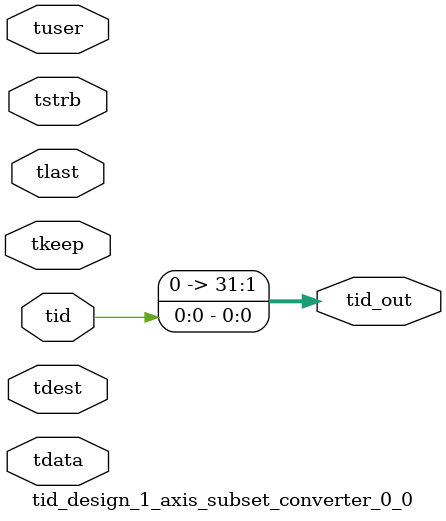
<source format=v>


`timescale 1ps/1ps

module tid_design_1_axis_subset_converter_0_0 #
(
parameter C_S_AXIS_TID_WIDTH   = 1,
parameter C_S_AXIS_TUSER_WIDTH = 0,
parameter C_S_AXIS_TDATA_WIDTH = 0,
parameter C_S_AXIS_TDEST_WIDTH = 0,
parameter C_M_AXIS_TID_WIDTH   = 32
)
(
input  [(C_S_AXIS_TID_WIDTH   == 0 ? 1 : C_S_AXIS_TID_WIDTH)-1:0       ] tid,
input  [(C_S_AXIS_TDATA_WIDTH == 0 ? 1 : C_S_AXIS_TDATA_WIDTH)-1:0     ] tdata,
input  [(C_S_AXIS_TUSER_WIDTH == 0 ? 1 : C_S_AXIS_TUSER_WIDTH)-1:0     ] tuser,
input  [(C_S_AXIS_TDEST_WIDTH == 0 ? 1 : C_S_AXIS_TDEST_WIDTH)-1:0     ] tdest,
input  [(C_S_AXIS_TDATA_WIDTH/8)-1:0 ] tkeep,
input  [(C_S_AXIS_TDATA_WIDTH/8)-1:0 ] tstrb,
input                                                                    tlast,
output [(C_M_AXIS_TID_WIDTH   == 0 ? 1 : C_M_AXIS_TID_WIDTH)-1:0       ] tid_out
);

assign tid_out = {tid[0:0]};

endmodule


</source>
